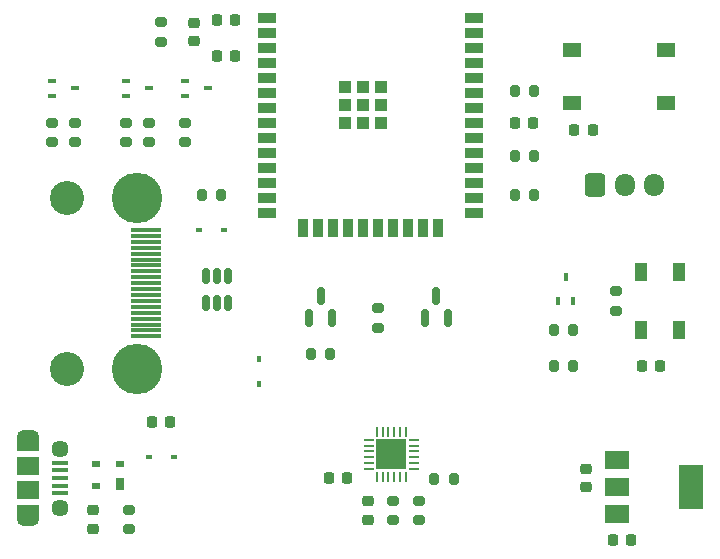
<source format=gbr>
%TF.GenerationSoftware,KiCad,Pcbnew,(6.0.8)*%
%TF.CreationDate,2023-04-08T14:06:51-07:00*%
%TF.ProjectId,TvMux,54764d75-782e-46b6-9963-61645f706362,rev?*%
%TF.SameCoordinates,Original*%
%TF.FileFunction,Soldermask,Top*%
%TF.FilePolarity,Negative*%
%FSLAX46Y46*%
G04 Gerber Fmt 4.6, Leading zero omitted, Abs format (unit mm)*
G04 Created by KiCad (PCBNEW (6.0.8)) date 2023-04-08 14:06:51*
%MOMM*%
%LPD*%
G01*
G04 APERTURE LIST*
G04 Aperture macros list*
%AMRoundRect*
0 Rectangle with rounded corners*
0 $1 Rounding radius*
0 $2 $3 $4 $5 $6 $7 $8 $9 X,Y pos of 4 corners*
0 Add a 4 corners polygon primitive as box body*
4,1,4,$2,$3,$4,$5,$6,$7,$8,$9,$2,$3,0*
0 Add four circle primitives for the rounded corners*
1,1,$1+$1,$2,$3*
1,1,$1+$1,$4,$5*
1,1,$1+$1,$6,$7*
1,1,$1+$1,$8,$9*
0 Add four rect primitives between the rounded corners*
20,1,$1+$1,$2,$3,$4,$5,0*
20,1,$1+$1,$4,$5,$6,$7,0*
20,1,$1+$1,$6,$7,$8,$9,0*
20,1,$1+$1,$8,$9,$2,$3,0*%
G04 Aperture macros list end*
%ADD10R,2.600000X0.300000*%
%ADD11C,4.275000*%
%ADD12C,2.880000*%
%ADD13R,0.700000X1.000000*%
%ADD14R,0.700000X0.600000*%
%ADD15RoundRect,0.150000X0.150000X-0.587500X0.150000X0.587500X-0.150000X0.587500X-0.150000X-0.587500X0*%
%ADD16R,0.700000X0.450000*%
%ADD17RoundRect,0.200000X0.275000X-0.200000X0.275000X0.200000X-0.275000X0.200000X-0.275000X-0.200000X0*%
%ADD18R,1.500000X0.900000*%
%ADD19R,0.900000X1.500000*%
%ADD20R,1.050000X1.050000*%
%ADD21RoundRect,0.200000X-0.275000X0.200000X-0.275000X-0.200000X0.275000X-0.200000X0.275000X0.200000X0*%
%ADD22RoundRect,0.225000X0.225000X0.250000X-0.225000X0.250000X-0.225000X-0.250000X0.225000X-0.250000X0*%
%ADD23RoundRect,0.150000X-0.150000X0.512500X-0.150000X-0.512500X0.150000X-0.512500X0.150000X0.512500X0*%
%ADD24R,1.000000X1.500000*%
%ADD25RoundRect,0.225000X0.250000X-0.225000X0.250000X0.225000X-0.250000X0.225000X-0.250000X-0.225000X0*%
%ADD26RoundRect,0.225000X-0.225000X-0.250000X0.225000X-0.250000X0.225000X0.250000X-0.225000X0.250000X0*%
%ADD27RoundRect,0.200000X0.200000X0.275000X-0.200000X0.275000X-0.200000X-0.275000X0.200000X-0.275000X0*%
%ADD28RoundRect,0.200000X-0.200000X-0.275000X0.200000X-0.275000X0.200000X0.275000X-0.200000X0.275000X0*%
%ADD29R,0.600000X0.450000*%
%ADD30RoundRect,0.062500X-0.350000X-0.062500X0.350000X-0.062500X0.350000X0.062500X-0.350000X0.062500X0*%
%ADD31RoundRect,0.062500X-0.062500X-0.350000X0.062500X-0.350000X0.062500X0.350000X-0.062500X0.350000X0*%
%ADD32R,2.600000X2.600000*%
%ADD33RoundRect,0.250000X-0.600000X-0.725000X0.600000X-0.725000X0.600000X0.725000X-0.600000X0.725000X0*%
%ADD34O,1.700000X1.950000*%
%ADD35RoundRect,0.225000X-0.250000X0.225000X-0.250000X-0.225000X0.250000X-0.225000X0.250000X0.225000X0*%
%ADD36R,2.000000X1.500000*%
%ADD37R,2.000000X3.800000*%
%ADD38R,1.350000X0.400000*%
%ADD39R,1.900000X1.500000*%
%ADD40C,1.450000*%
%ADD41O,1.900000X1.200000*%
%ADD42R,1.900000X1.200000*%
%ADD43R,0.450000X0.700000*%
%ADD44R,1.550000X1.300000*%
%ADD45R,0.450000X0.600000*%
G04 APERTURE END LIST*
D10*
%TO.C,J1*%
X126485000Y-89500000D03*
X126485000Y-89000000D03*
X126485000Y-88500000D03*
X126485000Y-88000000D03*
X126485000Y-87500000D03*
X126485000Y-87000000D03*
X126485000Y-86500000D03*
X126485000Y-86000000D03*
X126485000Y-85500000D03*
X126485000Y-85000000D03*
X126485000Y-84500000D03*
X126485000Y-84000000D03*
X126485000Y-83500000D03*
X126485000Y-83000000D03*
X126485000Y-82500000D03*
X126485000Y-82000000D03*
X126485000Y-81500000D03*
X126485000Y-81000000D03*
X126485000Y-80500000D03*
D11*
X125725000Y-77750000D03*
X125725000Y-92250000D03*
D12*
X119765000Y-77750000D03*
X119765000Y-92250000D03*
%TD*%
D13*
%TO.C,D4*%
X124250000Y-102000000D03*
D14*
X124250000Y-100300000D03*
X122250000Y-100300000D03*
X122250000Y-102200000D03*
%TD*%
D15*
%TO.C,Q4*%
X140300000Y-87937500D03*
X142200000Y-87937500D03*
X141250000Y-86062500D03*
%TD*%
D16*
%TO.C,Q1*%
X129750000Y-67850000D03*
X129750000Y-69150000D03*
X131750000Y-68500000D03*
%TD*%
D17*
%TO.C,R8*%
X146150000Y-88762500D03*
X146150000Y-87112500D03*
%TD*%
D18*
%TO.C,U1*%
X136750000Y-62590000D03*
X136750000Y-63860000D03*
X136750000Y-65130000D03*
X136750000Y-66400000D03*
X136750000Y-67670000D03*
X136750000Y-68940000D03*
X136750000Y-70210000D03*
X136750000Y-71480000D03*
X136750000Y-72750000D03*
X136750000Y-74020000D03*
X136750000Y-75290000D03*
X136750000Y-76560000D03*
X136750000Y-77830000D03*
X136750000Y-79100000D03*
D19*
X139780000Y-80350000D03*
X141050000Y-80350000D03*
X142320000Y-80350000D03*
X143590000Y-80350000D03*
X144860000Y-80350000D03*
X146130000Y-80350000D03*
X147400000Y-80350000D03*
X148670000Y-80350000D03*
X149940000Y-80350000D03*
X151210000Y-80350000D03*
D18*
X154250000Y-79100000D03*
X154250000Y-77830000D03*
X154250000Y-76560000D03*
X154250000Y-75290000D03*
X154250000Y-74020000D03*
X154250000Y-72750000D03*
X154250000Y-71480000D03*
X154250000Y-70210000D03*
X154250000Y-68940000D03*
X154250000Y-67670000D03*
X154250000Y-66400000D03*
X154250000Y-65130000D03*
X154250000Y-63860000D03*
X154250000Y-62590000D03*
D20*
X144820000Y-71455000D03*
X146345000Y-71455000D03*
X143295000Y-68405000D03*
X144820000Y-69930000D03*
X143295000Y-71455000D03*
X146345000Y-68405000D03*
X143295000Y-69930000D03*
X144820000Y-68405000D03*
X146345000Y-69930000D03*
%TD*%
D21*
%TO.C,R1*%
X127750000Y-62925000D03*
X127750000Y-64575000D03*
%TD*%
D22*
%TO.C,C1*%
X134025000Y-62750000D03*
X132475000Y-62750000D03*
%TD*%
D23*
%TO.C,D1*%
X133450000Y-84362500D03*
X132500000Y-84362500D03*
X131550000Y-84362500D03*
X131550000Y-86637500D03*
X132500000Y-86637500D03*
X133450000Y-86637500D03*
%TD*%
D22*
%TO.C,C2*%
X134025000Y-65750000D03*
X132475000Y-65750000D03*
%TD*%
D24*
%TO.C,D3*%
X171600000Y-84050000D03*
X168400000Y-84050000D03*
X168400000Y-88950000D03*
X171600000Y-88950000D03*
%TD*%
D25*
%TO.C,C3*%
X130500000Y-64525000D03*
X130500000Y-62975000D03*
%TD*%
%TO.C,C9*%
X163750000Y-102275000D03*
X163750000Y-100725000D03*
%TD*%
D21*
%TO.C,R2*%
X126750000Y-71425000D03*
X126750000Y-73075000D03*
%TD*%
D22*
%TO.C,C10*%
X170000000Y-92000000D03*
X168450000Y-92000000D03*
%TD*%
D26*
%TO.C,C4*%
X162725000Y-72000000D03*
X164275000Y-72000000D03*
%TD*%
D16*
%TO.C,Q3*%
X124750000Y-67850000D03*
X124750000Y-69150000D03*
X126750000Y-68500000D03*
%TD*%
D17*
%TO.C,R13*%
X125000000Y-105825000D03*
X125000000Y-104175000D03*
%TD*%
D27*
%TO.C,R15*%
X162650000Y-89000000D03*
X161000000Y-89000000D03*
%TD*%
D28*
%TO.C,R9*%
X157675000Y-74250000D03*
X159325000Y-74250000D03*
%TD*%
%TO.C,R14*%
X161000000Y-92000000D03*
X162650000Y-92000000D03*
%TD*%
D29*
%TO.C,D7*%
X128800000Y-99750000D03*
X126700000Y-99750000D03*
%TD*%
D16*
%TO.C,Q2*%
X118500000Y-67850000D03*
X118500000Y-69150000D03*
X120500000Y-68500000D03*
%TD*%
D30*
%TO.C,U2*%
X145312500Y-98250000D03*
X145312500Y-98750000D03*
X145312500Y-99250000D03*
X145312500Y-99750000D03*
X145312500Y-100250000D03*
X145312500Y-100750000D03*
D31*
X146000000Y-101437500D03*
X146500000Y-101437500D03*
X147000000Y-101437500D03*
X147500000Y-101437500D03*
X148000000Y-101437500D03*
X148500000Y-101437500D03*
D30*
X149187500Y-100750000D03*
X149187500Y-100250000D03*
X149187500Y-99750000D03*
X149187500Y-99250000D03*
X149187500Y-98750000D03*
X149187500Y-98250000D03*
D31*
X148500000Y-97562500D03*
X148000000Y-97562500D03*
X147500000Y-97562500D03*
X147000000Y-97562500D03*
X146500000Y-97562500D03*
X146000000Y-97562500D03*
D32*
X147250000Y-99500000D03*
%TD*%
D22*
%TO.C,C11*%
X167525000Y-106750000D03*
X165975000Y-106750000D03*
%TD*%
%TO.C,C6*%
X128525000Y-96750000D03*
X126975000Y-96750000D03*
%TD*%
D21*
%TO.C,R5*%
X129750000Y-71425000D03*
X129750000Y-73075000D03*
%TD*%
%TO.C,R4*%
X120500000Y-71425000D03*
X120500000Y-73075000D03*
%TD*%
D22*
%TO.C,C5*%
X159275000Y-71480000D03*
X157725000Y-71480000D03*
%TD*%
D33*
%TO.C,J2*%
X164500000Y-76725000D03*
D34*
X167000000Y-76725000D03*
X169500000Y-76725000D03*
%TD*%
D21*
%TO.C,R3*%
X118500000Y-71425000D03*
X118500000Y-73075000D03*
%TD*%
D27*
%TO.C,R16*%
X142075000Y-91000000D03*
X140425000Y-91000000D03*
%TD*%
D35*
%TO.C,C8*%
X145250000Y-103475000D03*
X145250000Y-105025000D03*
%TD*%
D15*
%TO.C,Q5*%
X150100000Y-87937500D03*
X152000000Y-87937500D03*
X151050000Y-86062500D03*
%TD*%
D36*
%TO.C,U3*%
X166350000Y-99950000D03*
X166350000Y-102250000D03*
D37*
X172650000Y-102250000D03*
D36*
X166350000Y-104550000D03*
%TD*%
D21*
%TO.C,R12*%
X166250000Y-85675000D03*
X166250000Y-87325000D03*
%TD*%
D38*
%TO.C,J3*%
X119212500Y-100200000D03*
X119212500Y-100850000D03*
X119212500Y-101500000D03*
X119212500Y-102150000D03*
X119212500Y-102800000D03*
D39*
X116512500Y-102500000D03*
D40*
X119212500Y-104000000D03*
D41*
X116512500Y-105000000D03*
D39*
X116512500Y-100500000D03*
D42*
X116512500Y-104400000D03*
X116512500Y-98600000D03*
D41*
X116512500Y-98000000D03*
D40*
X119212500Y-99000000D03*
%TD*%
D28*
%TO.C,R10*%
X157675000Y-77500000D03*
X159325000Y-77500000D03*
%TD*%
D43*
%TO.C,Q6*%
X161350000Y-86500000D03*
X162650000Y-86500000D03*
X162000000Y-84500000D03*
%TD*%
D29*
%TO.C,D2*%
X133050000Y-80500000D03*
X130950000Y-80500000D03*
%TD*%
D44*
%TO.C,SW1*%
X170475000Y-65250000D03*
X162525000Y-65250000D03*
X170475000Y-69750000D03*
X162525000Y-69750000D03*
%TD*%
D22*
%TO.C,C7*%
X143525000Y-101500000D03*
X141975000Y-101500000D03*
%TD*%
D45*
%TO.C,D5*%
X136000000Y-91450000D03*
X136000000Y-93550000D03*
%TD*%
D17*
%TO.C,R17*%
X147425000Y-105075000D03*
X147425000Y-103425000D03*
%TD*%
%TO.C,R18*%
X149600000Y-105075000D03*
X149600000Y-103425000D03*
%TD*%
D27*
%TO.C,R6*%
X132825000Y-77500000D03*
X131175000Y-77500000D03*
%TD*%
D28*
%TO.C,R11*%
X157675000Y-68750000D03*
X159325000Y-68750000D03*
%TD*%
D35*
%TO.C,D6*%
X122000000Y-104225000D03*
X122000000Y-105775000D03*
%TD*%
D21*
%TO.C,R7*%
X124750000Y-71425000D03*
X124750000Y-73075000D03*
%TD*%
D27*
%TO.C,R19*%
X152525000Y-101550000D03*
X150875000Y-101550000D03*
%TD*%
M02*

</source>
